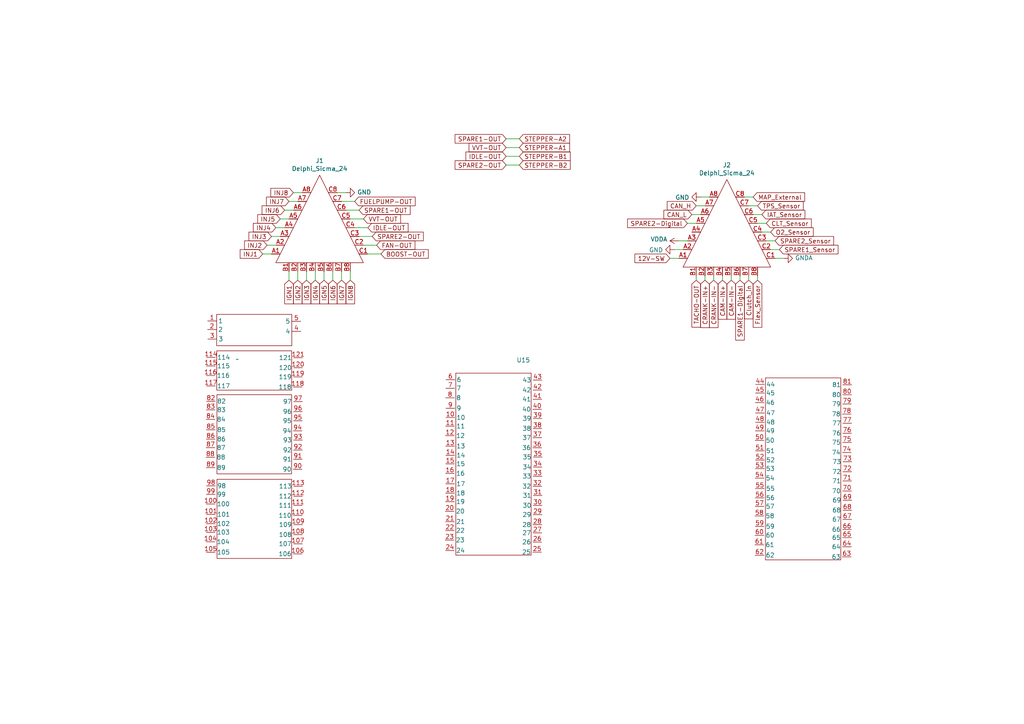
<source format=kicad_sch>
(kicad_sch (version 20230121) (generator eeschema)
  (paper "A4")
  (lib_symbols
    (symbol "AeonLabs_connectors:ECU_121_pin_pcb_header_connector"
      (property "Reference" "U" (at 0.2794 31.8262 0))
      (symbol "ECU_121_pin_pcb_header_connector_0_1"
        (rectangle (start -79.6544 42.3164) (end -57.8612 33.2232))
        (rectangle (start -79.629 31.75) (end -57.8866 20.3454))
        (rectangle (start -79.5782 19.0246) (end -57.912 -3.937))
        (rectangle (start -79.5528 -5.5118) (end -57.8866 -28.4734))
        (rectangle (start -10.287 25.273) (end 11.557 -27.5082))
        (rectangle (start 79.5274 23.9014) (end 101.3714 -28.8798))
      )
      (symbol "ECU_121_pin_pcb_header_connector_1_1"
        (pin input line (at -82.2706 40.4114 0) (length 2.54) (name "1") (number "1"))
        (pin input line (at -13.1826 12.3952 0) (length 2.54) (name "10") (number "10"))
        (pin input line (at -82.677 -12.6746 0) (length 2.54) (name "100") (number "100"))
        (pin input line (at -82.6008 -15.6972 0) (length 2.54) (name "101") (number "101"))
        (pin input line (at -82.6262 -18.3896 0) (length 2.54) (name "102") (number "102"))
        (pin input line (at -82.677 -20.8788 0) (length 2.54) (name "103") (number "103"))
        (pin input line (at -82.7278 -23.6474 0) (length 2.54) (name "104") (number "104"))
        (pin input line (at -82.6516 -26.67 0) (length 2.54) (name "105") (number "105"))
        (pin input line (at -54.864 -27.1526 180) (length 2.54) (name "106") (number "106"))
        (pin input line (at -54.8132 -24.2316 180) (length 2.54) (name "107") (number "107"))
        (pin input line (at -54.7878 -21.5646 180) (length 2.54) (name "108") (number "108"))
        (pin input line (at -54.7624 -18.669 180) (length 2.54) (name "109") (number "109"))
        (pin input line (at -13.2334 9.906 0) (length 2.54) (name "11") (number "11"))
        (pin input line (at -54.864 -16.002 180) (length 2.54) (name "110") (number "110"))
        (pin input line (at -54.8132 -13.081 180) (length 2.54) (name "111") (number "111"))
        (pin input line (at -54.7878 -10.414 180) (length 2.54) (name "112") (number "112"))
        (pin input line (at -54.7624 -7.5184 180) (length 2.54) (name "113") (number "113"))
        (pin input line (at -82.5754 29.845 0) (length 2.54) (name "114") (number "114"))
        (pin input line (at -82.6262 27.3558 0) (length 2.54) (name "115") (number "115"))
        (pin input line (at -82.677 24.5872 0) (length 2.54) (name "116") (number "116"))
        (pin input line (at -82.6008 21.5646 0) (length 2.54) (name "117") (number "117"))
        (pin input line (at -54.864 21.2598 180) (length 2.54) (name "118") (number "118"))
        (pin input line (at -54.8132 24.1808 180) (length 2.54) (name "119") (number "119"))
        (pin input line (at -13.2842 7.1374 0) (length 2.54) (name "12") (number "12"))
        (pin input line (at -54.7878 26.8478 180) (length 2.54) (name "120") (number "120"))
        (pin input line (at -54.7624 29.7434 180) (length 2.54) (name "121") (number "121"))
        (pin input line (at -13.208 4.1148 0) (length 2.54) (name "13") (number "13"))
        (pin input line (at -13.1826 1.4478 0) (length 2.54) (name "14") (number "14"))
        (pin input line (at -13.2334 -1.0414 0) (length 2.54) (name "15") (number "15"))
        (pin input line (at -13.2842 -3.81 0) (length 2.54) (name "16") (number "16"))
        (pin input line (at -13.208 -6.8326 0) (length 2.54) (name "17") (number "17"))
        (pin input line (at -13.2334 -9.525 0) (length 2.54) (name "18") (number "18"))
        (pin input line (at -13.2842 -12.0142 0) (length 2.54) (name "19") (number "19"))
        (pin input line (at -82.296 37.9222 0) (length 2.54) (name "2") (number "2"))
        (pin input line (at -13.335 -14.7828 0) (length 2.54) (name "20") (number "20"))
        (pin input line (at -13.2588 -17.8054 0) (length 2.54) (name "21") (number "21"))
        (pin input line (at -13.3096 -20.3708 0) (length 2.54) (name "22") (number "22"))
        (pin input line (at -13.3604 -23.1394 0) (length 2.54) (name "23") (number "23"))
        (pin input line (at -13.2842 -26.162 0) (length 2.54) (name "24") (number "24"))
        (pin input line (at 14.5542 -26.6446 180) (length 2.54) (name "25") (number "25"))
        (pin input line (at 14.605 -23.7236 180) (length 2.54) (name "26") (number "26"))
        (pin input line (at 14.6304 -21.0566 180) (length 2.54) (name "27") (number "27"))
        (pin input line (at 14.6304 -18.6944 180) (length 2.54) (name "28") (number "28"))
        (pin input line (at 14.6812 -15.7734 180) (length 2.54) (name "29") (number "29"))
        (pin input line (at -82.2198 35.1536 0) (length 2.54) (name "3") (number "3"))
        (pin input line (at 14.7066 -13.1064 180) (length 2.54) (name "30") (number "30"))
        (pin input line (at 14.732 -10.2108 180) (length 2.54) (name "31") (number "31"))
        (pin input line (at 14.6304 -7.5438 180) (length 2.54) (name "32") (number "32"))
        (pin input line (at 14.6812 -4.6228 180) (length 2.54) (name "33") (number "33"))
        (pin input line (at 14.7066 -1.9558 180) (length 2.54) (name "34") (number "34"))
        (pin input line (at 14.732 0.9398 180) (length 2.54) (name "35") (number "35"))
        (pin input line (at 14.5796 3.6322 180) (length 2.54) (name "36") (number "36"))
        (pin input line (at 14.6304 6.5532 180) (length 2.54) (name "37") (number "37"))
        (pin input line (at 14.6558 9.2202 180) (length 2.54) (name "38") (number "38"))
        (pin input line (at 14.6812 12.1158 180) (length 2.54) (name "39") (number "39"))
        (pin input line (at -55.245 37.3888 180) (length 2.54) (name "4") (number "4"))
        (pin input line (at 14.5796 14.7828 180) (length 2.54) (name "40") (number "40"))
        (pin input line (at 14.6304 17.7038 180) (length 2.54) (name "41") (number "41"))
        (pin input line (at 14.6558 20.3708 180) (length 2.54) (name "42") (number "42"))
        (pin input line (at 14.6812 23.2664 180) (length 2.54) (name "43") (number "43"))
        (pin input line (at 76.6826 21.9964 0) (length 2.54) (name "44") (number "44"))
        (pin input line (at 76.6318 19.5072 0) (length 2.54) (name "45") (number "45"))
        (pin input line (at 76.581 16.7386 0) (length 2.54) (name "46") (number "46"))
        (pin input line (at 76.6572 13.716 0) (length 2.54) (name "47") (number "47"))
        (pin input line (at 76.6318 11.0236 0) (length 2.54) (name "48") (number "48"))
        (pin input line (at 76.581 8.5344 0) (length 2.54) (name "49") (number "49"))
        (pin input line (at -55.2704 40.3098 180) (length 2.54) (name "5") (number "5"))
        (pin input line (at 76.5302 5.7658 0) (length 2.54) (name "50") (number "50"))
        (pin input line (at 76.6064 2.7432 0) (length 2.54) (name "51") (number "51"))
        (pin input line (at 76.6318 0.0762 0) (length 2.54) (name "52") (number "52"))
        (pin input line (at 76.581 -2.413 0) (length 2.54) (name "53") (number "53"))
        (pin input line (at 76.5302 -5.1816 0) (length 2.54) (name "54") (number "54"))
        (pin input line (at 76.6064 -8.2042 0) (length 2.54) (name "55") (number "55"))
        (pin input line (at 76.581 -10.8966 0) (length 2.54) (name "56") (number "56"))
        (pin input line (at 76.5302 -13.3858 0) (length 2.54) (name "57") (number "57"))
        (pin input line (at 76.4794 -16.1544 0) (length 2.54) (name "58") (number "58"))
        (pin input line (at 76.5556 -19.177 0) (length 2.54) (name "59") (number "59"))
        (pin input line (at -13.1318 23.368 0) (length 2.54) (name "6") (number "6"))
        (pin input line (at 76.5048 -21.7424 0) (length 2.54) (name "60") (number "60"))
        (pin input line (at 76.454 -24.511 0) (length 2.54) (name "61") (number "61"))
        (pin input line (at 76.5302 -27.5336 0) (length 2.54) (name "62") (number "62"))
        (pin input line (at 104.3686 -28.0162 180) (length 2.54) (name "63") (number "63"))
        (pin input line (at 104.4194 -25.0952 180) (length 2.54) (name "64") (number "64"))
        (pin input line (at 104.4448 -22.4282 180) (length 2.54) (name "65") (number "65"))
        (pin input line (at 104.4448 -20.066 180) (length 2.54) (name "66") (number "66"))
        (pin input line (at 104.4956 -17.145 180) (length 2.54) (name "67") (number "67"))
        (pin input line (at 104.521 -14.478 180) (length 2.54) (name "68") (number "68"))
        (pin input line (at 104.5464 -11.5824 180) (length 2.54) (name "69") (number "69"))
        (pin input line (at -13.1826 20.8788 0) (length 2.54) (name "7") (number "7"))
        (pin input line (at 104.4448 -8.9154 180) (length 2.54) (name "70") (number "70"))
        (pin input line (at 104.4956 -5.9944 180) (length 2.54) (name "71") (number "71"))
        (pin input line (at 104.521 -3.3274 180) (length 2.54) (name "72") (number "72"))
        (pin input line (at 104.5464 -0.4318 180) (length 2.54) (name "73") (number "73"))
        (pin input line (at 104.394 2.2606 180) (length 2.54) (name "74") (number "74"))
        (pin input line (at 104.4448 5.1816 180) (length 2.54) (name "75") (number "75"))
        (pin input line (at 104.4702 7.8486 180) (length 2.54) (name "76") (number "76"))
        (pin input line (at 104.4956 10.7442 180) (length 2.54) (name "77") (number "77"))
        (pin input line (at 104.394 13.4112 180) (length 2.54) (name "78") (number "78"))
        (pin input line (at 104.4448 16.3322 180) (length 2.54) (name "79") (number "79"))
        (pin input line (at -13.2334 18.1102 0) (length 2.54) (name "8") (number "8"))
        (pin input line (at 104.4702 18.9992 180) (length 2.54) (name "80") (number "80"))
        (pin input line (at 104.4956 21.8948 180) (length 2.54) (name "81") (number "81"))
        (pin input line (at -82.6008 17.1196 0) (length 2.54) (name "82") (number "82"))
        (pin input line (at -82.6516 14.6304 0) (length 2.54) (name "83") (number "83"))
        (pin input line (at -82.7024 11.8618 0) (length 2.54) (name "84") (number "84"))
        (pin input line (at -82.6262 8.8392 0) (length 2.54) (name "85") (number "85"))
        (pin input line (at -82.6516 6.1468 0) (length 2.54) (name "86") (number "86"))
        (pin input line (at -82.7024 3.6576 0) (length 2.54) (name "87") (number "87"))
        (pin input line (at -82.7532 0.889 0) (length 2.54) (name "88") (number "88"))
        (pin input line (at -82.677 -2.1336 0) (length 2.54) (name "89") (number "89"))
        (pin input line (at -13.1572 15.0876 0) (length 2.54) (name "9") (number "9"))
        (pin input line (at -54.8894 -2.6162 180) (length 2.54) (name "90") (number "90"))
        (pin input line (at -54.8386 0.3048 180) (length 2.54) (name "91") (number "91"))
        (pin input line (at -54.8132 2.9718 180) (length 2.54) (name "92") (number "92"))
        (pin input line (at -54.7878 5.8674 180) (length 2.54) (name "93") (number "93"))
        (pin input line (at -54.8894 8.5344 180) (length 2.54) (name "94") (number "94"))
        (pin input line (at -54.8386 11.4554 180) (length 2.54) (name "95") (number "95"))
        (pin input line (at -54.8132 14.1224 180) (length 2.54) (name "96") (number "96"))
        (pin input line (at -54.7878 17.018 180) (length 2.54) (name "97") (number "97"))
        (pin input line (at -82.5754 -7.4168 0) (length 2.54) (name "98") (number "98"))
        (pin input line (at -82.6262 -9.906 0) (length 2.54) (name "99") (number "99"))
      )
    )
    (symbol "Connector_Automotive:Delphi_Sicma_24" (pin_names (offset 1.016))
      (property "Reference" "J" (at 0 1.27 0))
      (property "Value" "Delphi_Sicma_24" (at 0 -5.08 0))
      (symbol "Delphi_Sicma_24_0_1"
        (polyline (pts (xy -12.7 -12.7) (xy 0 12.7) (xy 12.7 -12.7) (xy -12.7 -12.7)))
      )
      (symbol "Delphi_Sicma_24_1_1"
        (pin passive line (at -13.97 -10.16 0) (length 2.54) (name "~") (number "A1"))
        (pin passive line (at -12.7 -7.62 0) (length 2.54) (name "~") (number "A2"))
        (pin passive line (at -11.43 -5.08 0) (length 2.54) (name "~") (number "A3"))
        (pin passive line (at -10.16 -2.54 0) (length 2.54) (name "~") (number "A4"))
        (pin passive line (at -8.89 0 0) (length 2.54) (name "~") (number "A5"))
        (pin passive line (at -7.62 2.54 0) (length 2.54) (name "~") (number "A6"))
        (pin passive line (at -6.35 5.08 0) (length 2.54) (name "~") (number "A7"))
        (pin passive line (at -5.08 7.62 0) (length 2.54) (name "~") (number "A8"))
        (pin passive line (at -8.89 -15.24 90) (length 2.54) (name "~") (number "B1"))
        (pin passive line (at -6.35 -15.24 90) (length 2.54) (name "~") (number "B2"))
        (pin passive line (at -3.81 -15.24 90) (length 2.54) (name "~") (number "B3"))
        (pin passive line (at -1.27 -15.24 90) (length 2.54) (name "~") (number "B4"))
        (pin passive line (at 1.27 -15.24 90) (length 2.54) (name "~") (number "B5"))
        (pin passive line (at 3.81 -15.24 90) (length 2.54) (name "~") (number "B6"))
        (pin passive line (at 6.35 -15.24 90) (length 2.54) (name "~") (number "B7"))
        (pin passive line (at 8.89 -15.24 90) (length 2.54) (name "~") (number "B8"))
        (pin passive line (at 13.97 -10.16 180) (length 2.54) (name "~") (number "C1"))
        (pin passive line (at 12.7 -7.62 180) (length 2.54) (name "~") (number "C2"))
        (pin passive line (at 11.43 -5.08 180) (length 2.54) (name "~") (number "C3"))
        (pin passive line (at 10.16 -2.54 180) (length 2.54) (name "~") (number "C4"))
        (pin passive line (at 8.89 0 180) (length 2.54) (name "~") (number "C5"))
        (pin passive line (at 7.62 2.54 180) (length 2.54) (name "~") (number "C6"))
        (pin passive line (at 6.35 5.08 180) (length 2.54) (name "~") (number "C7"))
        (pin passive line (at 5.08 7.62 180) (length 2.54) (name "~") (number "C8"))
      )
    )
    (symbol "power:GND" (power) (pin_names (offset 0))
      (property "Value" "GND" (at 0 -3.81 0))
      (symbol "GND_0_1"
        (polyline (pts (xy 0 0) (xy 0 -1.27) (xy 1.27 -1.27) (xy 0 -2.54) (xy -1.27 -1.27) (xy 0 -1.27)))
      )
      (symbol "GND_1_1"
        (pin power_in line (at 0 0 270) (length 0) hide (name "GND") (number "1"))
      )
    )
    (symbol "power:GNDA" (power) (pin_names (offset 0))
      (property "Value" "GNDA" (at 0 -3.81 0))
      (symbol "GNDA_0_1"
        (polyline (pts (xy 0 0) (xy 0 -1.27) (xy 1.27 -1.27) (xy 0 -2.54) (xy -1.27 -1.27) (xy 0 -1.27)))
      )
      (symbol "GNDA_1_1"
        (pin power_in line (at 0 0 270) (length 0) hide (name "GNDA") (number "1"))
      )
    )
    (symbol "power:VDDA" (power) (pin_names (offset 0))
      (property "Value" "VDDA" (at 0 3.81 0))
      (symbol "VDDA_0_1"
        (polyline (pts (xy -0.762 1.27) (xy 0 2.54)))
        (polyline (pts (xy 0 0) (xy 0 2.54)))
        (polyline (pts (xy 0 2.54) (xy 0.762 1.27)))
      )
      (symbol "VDDA_1_1"
        (pin power_in line (at 0 0 90) (length 0) hide (name "VDDA") (number "1"))
      )
    )
  )
  (wire (pts (xy 102.87 58.42) (xy 99.06 58.42)))
  (wire (pts (xy 201.93 59.69) (xy 204.47 59.69)))
  (wire (pts (xy 80.01 66.04) (xy 82.55 66.04)))
  (wire (pts (xy 227.33 74.93) (xy 224.79 74.93)))
  (wire (pts (xy 196.85 69.85) (xy 199.39 69.85)))
  (wire (pts (xy 219.71 81.28) (xy 219.71 80.01)))
  (wire (pts (xy 204.47 80.01) (xy 204.47 81.28)))
  (wire (pts (xy 88.9 81.28) (xy 88.9 78.74)))
  (wire (pts (xy 203.2 57.15) (xy 205.74 57.15)))
  (wire (pts (xy 96.52 78.74) (xy 96.52 81.28)))
  (wire (pts (xy 222.25 64.77) (xy 219.71 64.77)))
  (wire (pts (xy 195.58 72.39) (xy 198.12 72.39)))
  (wire (pts (xy 146.812 47.879) (xy 150.622 47.879)))
  (wire (pts (xy 78.74 73.66) (xy 76.2 73.66)))
  (wire (pts (xy 105.41 71.12) (xy 109.22 71.12)))
  (wire (pts (xy 86.36 58.42) (xy 83.82 58.42)))
  (wire (pts (xy 102.87 66.04) (xy 106.68 66.04)))
  (wire (pts (xy 83.82 63.5) (xy 81.28 63.5)))
  (wire (pts (xy 83.82 81.28) (xy 83.82 78.74)))
  (wire (pts (xy 85.09 55.88) (xy 87.63 55.88)))
  (wire (pts (xy 81.28 68.58) (xy 78.74 68.58)))
  (wire (pts (xy 209.55 80.01) (xy 209.55 81.28)))
  (wire (pts (xy 203.2 62.23) (xy 200.66 62.23)))
  (wire (pts (xy 194.31 74.93) (xy 196.85 74.93)))
  (wire (pts (xy 86.36 78.74) (xy 86.36 81.28)))
  (wire (pts (xy 218.44 57.15) (xy 215.9 57.15)))
  (wire (pts (xy 150.622 40.259) (xy 146.812 40.259)))
  (wire (pts (xy 207.01 81.28) (xy 207.01 80.01)))
  (wire (pts (xy 91.44 78.74) (xy 91.44 81.28)))
  (wire (pts (xy 199.39 64.77) (xy 201.93 64.77)))
  (wire (pts (xy 77.47 71.12) (xy 80.01 71.12)))
  (wire (pts (xy 219.71 59.69) (xy 217.17 59.69)))
  (wire (pts (xy 212.09 81.28) (xy 212.09 80.01)))
  (wire (pts (xy 224.79 69.85) (xy 222.25 69.85)))
  (wire (pts (xy 100.33 55.88) (xy 97.79 55.88)))
  (wire (pts (xy 104.14 60.96) (xy 100.33 60.96)))
  (wire (pts (xy 107.95 68.58) (xy 104.14 68.58)))
  (wire (pts (xy 105.41 63.5) (xy 101.6 63.5)))
  (wire (pts (xy 82.55 60.96) (xy 85.09 60.96)))
  (wire (pts (xy 101.6 78.74) (xy 101.6 81.28)))
  (wire (pts (xy 93.98 81.28) (xy 93.98 78.74)))
  (wire (pts (xy 220.98 67.31) (xy 223.52 67.31)))
  (wire (pts (xy 223.52 72.39) (xy 226.06 72.39)))
  (wire (pts (xy 214.63 81.28) (xy 214.63 80.01)))
  (wire (pts (xy 99.06 81.28) (xy 99.06 78.74)))
  (wire (pts (xy 217.17 80.01) (xy 217.17 81.28)))
  (wire (pts (xy 150.622 45.339) (xy 146.812 45.339)))
  (wire (pts (xy 146.812 42.799) (xy 150.622 42.799)))
  (wire (pts (xy 218.44 62.23) (xy 220.98 62.23)))
  (wire (pts (xy 201.93 81.28) (xy 201.93 80.01)))
  (wire (pts (xy 110.49 73.66) (xy 106.68 73.66)))
  (global_label "CAM-IN-" (shape input) (at 212.09 81.28 270) (property "Intersheetrefs" "${INTERSHEET_REFS}" (effects hide)))
  (global_label "CAN_H" (shape input) (at 201.93 59.69 180) (property "Intersheetrefs" "${INTERSHEET_REFS}" (effects hide)))
  (global_label "O2_Sensor" (shape input) (at 223.52 67.31 0) (property "Intersheetrefs" "${INTERSHEET_REFS}" (effects hide)))
  (global_label "IGN2" (shape input) (at 86.36 81.28 270) (property "Intersheetrefs" "${INTERSHEET_REFS}" (effects hide)))
  (global_label "IGN4" (shape input) (at 91.44 81.28 270) (property "Intersheetrefs" "${INTERSHEET_REFS}" (effects hide)))
  (global_label "IAT_Sensor" (shape input) (at 220.98 62.23 0) (property "Intersheetrefs" "${INTERSHEET_REFS}" (effects hide)))
  (global_label "INJ6" (shape input) (at 82.55 60.96 180) (property "Intersheetrefs" "${INTERSHEET_REFS}" (effects hide)))
  (global_label "SPARE2-Digital" (shape input) (at 199.39 64.77 180) (property "Intersheetrefs" "${INTERSHEET_REFS}" (effects hide)))
  (global_label "FAN-OUT" (shape input) (at 109.22 71.12 0) (property "Intersheetrefs" "${INTERSHEET_REFS}" (effects hide)))
  (global_label "IGN7" (shape input) (at 99.06 81.28 270) (property "Intersheetrefs" "${INTERSHEET_REFS}" (effects hide)))
  (global_label "STEPPER-A1" (shape input) (at 150.622 42.799 0) (property "Intersheetrefs" "${INTERSHEET_REFS}" (effects hide)))
  (global_label "IGN5" (shape input) (at 93.98 81.28 270) (property "Intersheetrefs" "${INTERSHEET_REFS}" (effects hide)))
  (global_label "CAM-IN+" (shape input) (at 209.55 81.28 270) (property "Intersheetrefs" "${INTERSHEET_REFS}" (effects hide)))
  (global_label "IDLE-OUT" (shape input) (at 106.68 66.04 0) (property "Intersheetrefs" "${INTERSHEET_REFS}" (effects hide)))
  (global_label "CLT_Sensor" (shape input) (at 222.25 64.77 0) (property "Intersheetrefs" "${INTERSHEET_REFS}" (effects hide)))
  (global_label "IGN1" (shape input) (at 83.82 81.28 270) (property "Intersheetrefs" "${INTERSHEET_REFS}" (effects hide)))
  (global_label "SPARE2-OUT" (shape input) (at 107.95 68.58 0) (property "Intersheetrefs" "${INTERSHEET_REFS}" (effects hide)))
  (global_label "BOOST-OUT" (shape input) (at 110.49 73.66 0) (property "Intersheetrefs" "${INTERSHEET_REFS}" (effects hide)))
  (global_label "INJ1" (shape input) (at 76.2 73.66 180) (property "Intersheetrefs" "${INTERSHEET_REFS}" (effects hide)))
  (global_label "IGN8" (shape input) (at 101.6 81.28 270) (property "Intersheetrefs" "${INTERSHEET_REFS}" (effects hide)))
  (global_label "Clutch_in" (shape input) (at 217.17 81.28 270) (property "Intersheetrefs" "${INTERSHEET_REFS}" (effects hide)))
  (global_label "SPARE2_Sensor" (shape input) (at 224.79 69.85 0) (property "Intersheetrefs" "${INTERSHEET_REFS}" (effects hide)))
  (global_label "STEPPER-A2" (shape input) (at 150.622 40.259 0) (property "Intersheetrefs" "${INTERSHEET_REFS}" (effects hide)))
  (global_label "SPARE1_Sensor" (shape input) (at 226.06 72.39 0) (property "Intersheetrefs" "${INTERSHEET_REFS}" (effects hide)))
  (global_label "12V-SW" (shape input) (at 194.31 74.93 180) (property "Intersheetrefs" "${INTERSHEET_REFS}" (effects hide)))
  (global_label "TPS_Sensor" (shape input) (at 219.71 59.69 0) (property "Intersheetrefs" "${INTERSHEET_REFS}" (effects hide)))
  (global_label "FUELPUMP-OUT" (shape input) (at 102.87 58.42 0) (property "Intersheetrefs" "${INTERSHEET_REFS}" (effects hide)))
  (global_label "STEPPER-B2" (shape input) (at 150.622 47.879 0) (property "Intersheetrefs" "${INTERSHEET_REFS}" (effects hide)))
  (global_label "IDLE-OUT" (shape input) (at 146.812 45.339 180) (property "Intersheetrefs" "${INTERSHEET_REFS}" (effects hide)))
  (global_label "INJ8" (shape input) (at 85.09 55.88 180) (property "Intersheetrefs" "${INTERSHEET_REFS}" (effects hide)))
  (global_label "MAP_External" (shape input) (at 218.44 57.15 0) (property "Intersheetrefs" "${INTERSHEET_REFS}" (effects hide)))
  (global_label "CAN_L" (shape input) (at 200.66 62.23 180) (property "Intersheetrefs" "${INTERSHEET_REFS}" (effects hide)))
  (global_label "VVT-OUT" (shape input) (at 105.41 63.5 0) (property "Intersheetrefs" "${INTERSHEET_REFS}" (effects hide)))
  (global_label "IGN3" (shape input) (at 88.9 81.28 270) (property "Intersheetrefs" "${INTERSHEET_REFS}" (effects hide)))
  (global_label "CRANK-IN-" (shape input) (at 207.01 81.28 270) (property "Intersheetrefs" "${INTERSHEET_REFS}" (effects hide)))
  (global_label "INJ3" (shape input) (at 78.74 68.58 180) (property "Intersheetrefs" "${INTERSHEET_REFS}" (effects hide)))
  (global_label "CRANK-IN+" (shape input) (at 204.47 81.28 270) (property "Intersheetrefs" "${INTERSHEET_REFS}" (effects hide)))
  (global_label "SPARE1-Digital" (shape input) (at 214.63 81.28 270) (property "Intersheetrefs" "${INTERSHEET_REFS}" (effects hide)))
  (global_label "INJ4" (shape input) (at 80.01 66.04 180) (property "Intersheetrefs" "${INTERSHEET_REFS}" (effects hide)))
  (global_label "INJ7" (shape input) (at 83.82 58.42 180) (property "Intersheetrefs" "${INTERSHEET_REFS}" (effects hide)))
  (global_label "STEPPER-B1" (shape input) (at 150.622 45.339 0) (property "Intersheetrefs" "${INTERSHEET_REFS}" (effects hide)))
  (global_label "SPARE1-OUT" (shape input) (at 104.14 60.96 0) (property "Intersheetrefs" "${INTERSHEET_REFS}" (effects hide)))
  (global_label "INJ2" (shape input) (at 77.47 71.12 180) (property "Intersheetrefs" "${INTERSHEET_REFS}" (effects hide)))
  (global_label "SPARE1-OUT" (shape input) (at 146.812 40.259 180) (property "Intersheetrefs" "${INTERSHEET_REFS}" (effects hide)))
  (global_label "IGN6" (shape input) (at 96.52 81.28 270) (property "Intersheetrefs" "${INTERSHEET_REFS}" (effects hide)))
  (global_label "SPARE2-OUT" (shape input) (at 146.812 47.879 180) (property "Intersheetrefs" "${INTERSHEET_REFS}" (effects hide)))
  (global_label "TACHO-OUT" (shape input) (at 201.93 81.28 270) (property "Intersheetrefs" "${INTERSHEET_REFS}" (effects hide)))
  (global_label "Flex_Sensor" (shape input) (at 219.71 81.28 270) (property "Intersheetrefs" "${INTERSHEET_REFS}" (effects hide)))
  (global_label "INJ5" (shape input) (at 81.28 63.5 180) (property "Intersheetrefs" "${INTERSHEET_REFS}" (effects hide)))
  (global_label "VVT-OUT" (shape input) (at 146.812 42.799 180) (property "Intersheetrefs" "${INTERSHEET_REFS}" (effects hide)))
  (symbol (lib_id "Connector_Automotive:Delphi_Sicma_24") (at 92.71 63.5 0) (unit 1)
    (property "Reference" "J1" (at 92.71 46.609 0))
    (property "Value" "Delphi_Sicma_24" (at 92.71 48.9204 0))
    (property "Footprint" "Connector_Automotive:Delphi_Sicma_24_Grey" (effects hide))
  )
  (symbol (lib_id "Connector_Automotive:Delphi_Sicma_24") (at 210.82 64.77 0) (unit 1)
    (property "Reference" "J2" (at 210.82 47.879 0))
    (property "Value" "Delphi_Sicma_24" (at 210.82 50.1904 0))
    (property "Footprint" "Connector_Automotive:Delphi_Sicma_24_Black" (effects hide))
  )
  (symbol (lib_id "power:GNDA") (at 227.33 74.93 90) (unit 1)
    (property "Reference" "#PWR0154" (effects hide))
    (property "Value" "GNDA" (at 230.5812 74.803 90) (effects (justify right)))
  )
  (symbol (lib_id "power:GND") (at 100.33 55.88 90) (unit 1)
    (property "Reference" "#PWR0156" (effects hide))
    (property "Value" "GND" (at 103.5812 55.753 90) (effects (justify right)))
  )
  (symbol (lib_id "power:GND") (at 203.2 57.15 270) (unit 1)
    (property "Reference" "#PWR0137" (effects hide))
    (property "Value" "GND" (at 199.9488 57.277 90) (effects (justify right)))
  )
  (symbol (lib_id "power:VDDA") (at 196.85 69.85 90) (unit 1)
    (property "Reference" "#PWR0188" (effects hide))
    (property "Value" "VDDA" (at 193.5988 69.3928 90) (effects (justify left)))
  )
  (symbol (lib_id "power:GND") (at 195.58 72.39 270) (unit 1)
    (property "Reference" "#PWR0215" (effects hide))
    (property "Value" "GND" (at 192.3288 72.517 90) (effects (justify right)))
  )
  (symbol (lib_id "AeonLabs_connectors:ECU_121_pin_pcb_header_connector") (at 142.494 133.5024 0) (unit 1)
    (property "Reference" "U15" (at 151.7904 104.4448 0))
    (property "Value" "~" (at 68.834 104.1908 0))
    (property "Footprint" "AeonLabs_Connectors:121 pin ECU connector header" (effects hide))
  )
)
</source>
